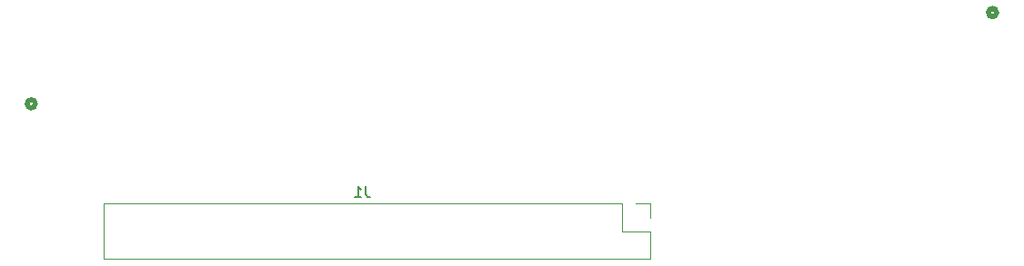
<source format=gbo>
G04 #@! TF.GenerationSoftware,KiCad,Pcbnew,9.0.1-9.0.1-0~ubuntu24.04.1*
G04 #@! TF.CreationDate,2025-04-20T11:34:57-06:00*
G04 #@! TF.ProjectId,Controller,436f6e74-726f-46c6-9c65-722e6b696361,rev?*
G04 #@! TF.SameCoordinates,Original*
G04 #@! TF.FileFunction,Legend,Bot*
G04 #@! TF.FilePolarity,Positive*
%FSLAX46Y46*%
G04 Gerber Fmt 4.6, Leading zero omitted, Abs format (unit mm)*
G04 Created by KiCad (PCBNEW 9.0.1-9.0.1-0~ubuntu24.04.1) date 2025-04-20 11:34:57*
%MOMM*%
%LPD*%
G01*
G04 APERTURE LIST*
%ADD10C,0.150000*%
%ADD11C,0.120000*%
%ADD12C,0.508000*%
%ADD13R,1.700000X1.700000*%
%ADD14O,1.700000X1.700000*%
%ADD15C,2.000000*%
G04 APERTURE END LIST*
D10*
X155451333Y-181242819D02*
X155451333Y-181957104D01*
X155451333Y-181957104D02*
X155498952Y-182099961D01*
X155498952Y-182099961D02*
X155594190Y-182195200D01*
X155594190Y-182195200D02*
X155737047Y-182242819D01*
X155737047Y-182242819D02*
X155832285Y-182242819D01*
X154451333Y-182242819D02*
X155022761Y-182242819D01*
X154737047Y-182242819D02*
X154737047Y-181242819D01*
X154737047Y-181242819D02*
X154832285Y-181385676D01*
X154832285Y-181385676D02*
X154927523Y-181480914D01*
X154927523Y-181480914D02*
X155022761Y-181528533D01*
D11*
X131030682Y-188014257D02*
X131030682Y-182814257D01*
X179350682Y-182814257D02*
X131030682Y-182814257D01*
X179350682Y-185414257D02*
X179350682Y-182814257D01*
X181950682Y-182814257D02*
X180620682Y-182814257D01*
X181950682Y-184144257D02*
X181950682Y-182814257D01*
X181950682Y-185414257D02*
X179350682Y-185414257D01*
X181950682Y-188014257D02*
X131030682Y-188014257D01*
X181950682Y-188014257D02*
X181950682Y-185414257D01*
D12*
X124701001Y-173542101D02*
G75*
G02*
X123939001Y-173542101I-381000J0D01*
G01*
X123939001Y-173542101D02*
G75*
G02*
X124701001Y-173542101I381000J0D01*
G01*
X214201001Y-165032101D02*
G75*
G02*
X213439001Y-165032101I-381000J0D01*
G01*
X213439001Y-165032101D02*
G75*
G02*
X214201001Y-165032101I381000J0D01*
G01*
%LPC*%
D13*
X180620682Y-184144257D03*
D14*
X180620682Y-186684257D03*
X178080682Y-184144257D03*
X178080682Y-186684257D03*
X175540682Y-184144257D03*
X175540682Y-186684257D03*
X173000682Y-184144257D03*
X173000682Y-186684257D03*
X170460682Y-184144257D03*
X170460682Y-186684257D03*
X167920682Y-184144257D03*
X167920682Y-186684257D03*
X165380682Y-184144257D03*
X165380682Y-186684257D03*
X162840682Y-184144257D03*
X162840682Y-186684257D03*
X160300682Y-184144257D03*
X160300682Y-186684257D03*
X157760682Y-184144257D03*
X157760682Y-186684257D03*
X155220682Y-184144257D03*
X155220682Y-186684257D03*
X152680682Y-184144257D03*
X152680682Y-186684257D03*
X150140682Y-184144257D03*
X150140682Y-186684257D03*
X147600682Y-184144257D03*
X147600682Y-186684257D03*
X145060682Y-184144257D03*
X145060682Y-186684257D03*
X142520682Y-184144257D03*
X142520682Y-186684257D03*
X139980682Y-184144257D03*
X139980682Y-186684257D03*
X137440682Y-184144257D03*
X137440682Y-186684257D03*
X134900682Y-184144257D03*
X134900682Y-186684257D03*
X132360682Y-184144257D03*
X132360682Y-186684257D03*
D13*
X193660144Y-155100134D03*
D14*
X193660144Y-152560134D03*
X191120144Y-155100134D03*
X191120144Y-152560134D03*
X188580144Y-155100134D03*
X188580144Y-152560134D03*
D13*
X151070000Y-152490000D03*
D14*
X148530000Y-152490000D03*
X151070000Y-155030000D03*
X148530000Y-155030000D03*
D15*
X118170000Y-153230000D03*
X118170000Y-188070000D03*
X216370000Y-153230000D03*
X216370000Y-188070000D03*
D13*
X156829318Y-152425743D03*
D14*
X159369318Y-152425743D03*
X161909318Y-152425743D03*
X164449318Y-152425743D03*
X166989318Y-152425743D03*
X169529318Y-152425743D03*
X172069318Y-152425743D03*
X174609318Y-152425743D03*
X177149318Y-152425743D03*
X179689318Y-152425743D03*
X182229318Y-152425743D03*
X156829318Y-154965743D03*
X159369318Y-154965743D03*
X161909318Y-154965743D03*
X164449318Y-154965743D03*
X166989318Y-154965743D03*
X169529318Y-154965743D03*
X172069318Y-154965743D03*
X174609318Y-154965743D03*
X177149318Y-154965743D03*
X179689318Y-154965743D03*
X182229318Y-154965743D03*
%LPD*%
M02*

</source>
